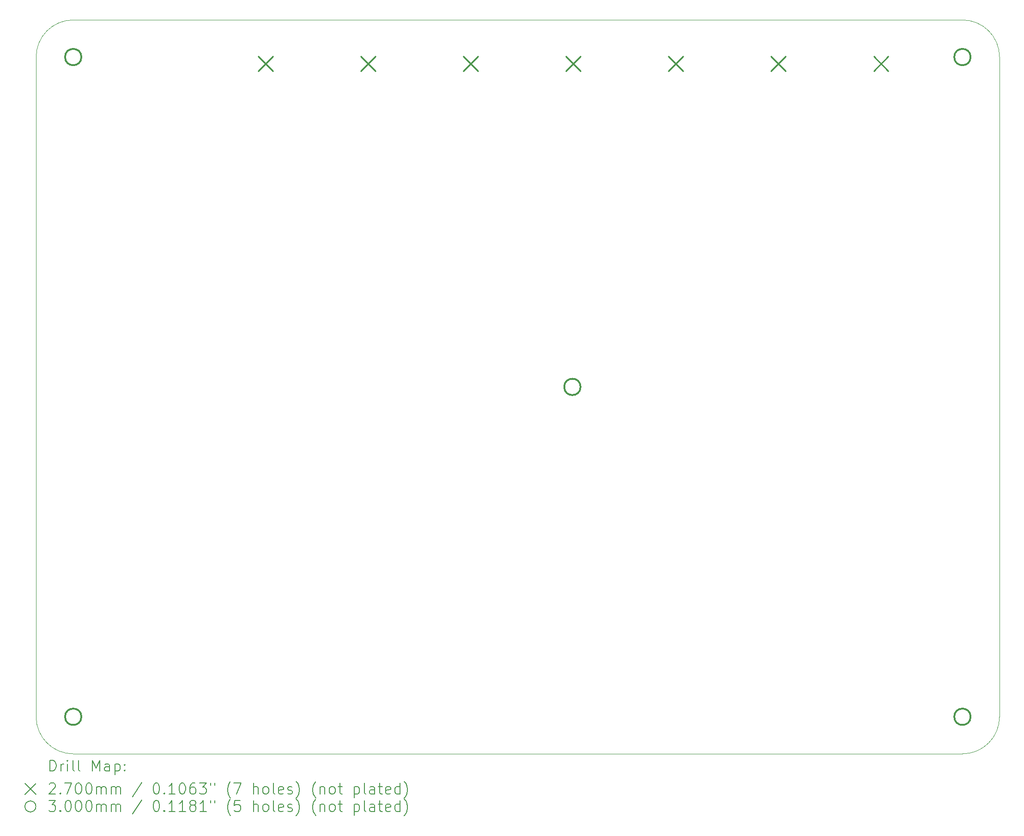
<source format=gbr>
%FSLAX45Y45*%
G04 Gerber Fmt 4.5, Leading zero omitted, Abs format (unit mm)*
G04 Created by KiCad (PCBNEW 6.0.0) date 2022-01-12 19:51:42*
%MOMM*%
%LPD*%
G01*
G04 APERTURE LIST*
%TA.AperFunction,Profile*%
%ADD10C,0.100000*%
%TD*%
%ADD11C,0.200000*%
%ADD12C,0.270000*%
%ADD13C,0.300000*%
G04 APERTURE END LIST*
D10*
X22700000Y-16680000D02*
X6400000Y-16680000D01*
X23380000Y-3900000D02*
G75*
G03*
X22700000Y-3220000I-680000J0D01*
G01*
X22700000Y-16680000D02*
G75*
G03*
X23380000Y-16000000I0J680000D01*
G01*
X6400000Y-3220000D02*
G75*
G03*
X5720000Y-3900000I0J-680000D01*
G01*
X5720000Y-16000000D02*
X5720000Y-3900000D01*
X23380000Y-3900000D02*
X23380000Y-16000000D01*
X6400000Y-3220000D02*
X22700000Y-3220000D01*
X5720000Y-16000000D02*
G75*
G03*
X6400000Y-16680000I680000J0D01*
G01*
D11*
D12*
X9788560Y-3889200D02*
X10058560Y-4159200D01*
X10058560Y-3889200D02*
X9788560Y-4159200D01*
X11669393Y-3889200D02*
X11939393Y-4159200D01*
X11939393Y-3889200D02*
X11669393Y-4159200D01*
X13550227Y-3889200D02*
X13820227Y-4159200D01*
X13820227Y-3889200D02*
X13550227Y-4159200D01*
X15431060Y-3889200D02*
X15701060Y-4159200D01*
X15701060Y-3889200D02*
X15431060Y-4159200D01*
X17311893Y-3889200D02*
X17581893Y-4159200D01*
X17581893Y-3889200D02*
X17311893Y-4159200D01*
X19192727Y-3889200D02*
X19462727Y-4159200D01*
X19462727Y-3889200D02*
X19192727Y-4159200D01*
X21073560Y-3889200D02*
X21343560Y-4159200D01*
X21343560Y-3889200D02*
X21073560Y-4159200D01*
D13*
X6550000Y-3900000D02*
G75*
G03*
X6550000Y-3900000I-150000J0D01*
G01*
X6550000Y-16000000D02*
G75*
G03*
X6550000Y-16000000I-150000J0D01*
G01*
X15700000Y-9950000D02*
G75*
G03*
X15700000Y-9950000I-150000J0D01*
G01*
X22850000Y-3900000D02*
G75*
G03*
X22850000Y-3900000I-150000J0D01*
G01*
X22850000Y-16000000D02*
G75*
G03*
X22850000Y-16000000I-150000J0D01*
G01*
D11*
X5972619Y-16995476D02*
X5972619Y-16795476D01*
X6020238Y-16795476D01*
X6048809Y-16805000D01*
X6067857Y-16824048D01*
X6077381Y-16843095D01*
X6086905Y-16881190D01*
X6086905Y-16909762D01*
X6077381Y-16947857D01*
X6067857Y-16966905D01*
X6048809Y-16985952D01*
X6020238Y-16995476D01*
X5972619Y-16995476D01*
X6172619Y-16995476D02*
X6172619Y-16862143D01*
X6172619Y-16900238D02*
X6182143Y-16881190D01*
X6191667Y-16871667D01*
X6210714Y-16862143D01*
X6229762Y-16862143D01*
X6296428Y-16995476D02*
X6296428Y-16862143D01*
X6296428Y-16795476D02*
X6286905Y-16805000D01*
X6296428Y-16814524D01*
X6305952Y-16805000D01*
X6296428Y-16795476D01*
X6296428Y-16814524D01*
X6420238Y-16995476D02*
X6401190Y-16985952D01*
X6391667Y-16966905D01*
X6391667Y-16795476D01*
X6525000Y-16995476D02*
X6505952Y-16985952D01*
X6496428Y-16966905D01*
X6496428Y-16795476D01*
X6753571Y-16995476D02*
X6753571Y-16795476D01*
X6820238Y-16938333D01*
X6886905Y-16795476D01*
X6886905Y-16995476D01*
X7067857Y-16995476D02*
X7067857Y-16890714D01*
X7058333Y-16871667D01*
X7039286Y-16862143D01*
X7001190Y-16862143D01*
X6982143Y-16871667D01*
X7067857Y-16985952D02*
X7048809Y-16995476D01*
X7001190Y-16995476D01*
X6982143Y-16985952D01*
X6972619Y-16966905D01*
X6972619Y-16947857D01*
X6982143Y-16928810D01*
X7001190Y-16919286D01*
X7048809Y-16919286D01*
X7067857Y-16909762D01*
X7163095Y-16862143D02*
X7163095Y-17062143D01*
X7163095Y-16871667D02*
X7182143Y-16862143D01*
X7220238Y-16862143D01*
X7239286Y-16871667D01*
X7248809Y-16881190D01*
X7258333Y-16900238D01*
X7258333Y-16957381D01*
X7248809Y-16976429D01*
X7239286Y-16985952D01*
X7220238Y-16995476D01*
X7182143Y-16995476D01*
X7163095Y-16985952D01*
X7344048Y-16976429D02*
X7353571Y-16985952D01*
X7344048Y-16995476D01*
X7334524Y-16985952D01*
X7344048Y-16976429D01*
X7344048Y-16995476D01*
X7344048Y-16871667D02*
X7353571Y-16881190D01*
X7344048Y-16890714D01*
X7334524Y-16881190D01*
X7344048Y-16871667D01*
X7344048Y-16890714D01*
X5515000Y-17225000D02*
X5715000Y-17425000D01*
X5715000Y-17225000D02*
X5515000Y-17425000D01*
X5963095Y-17234524D02*
X5972619Y-17225000D01*
X5991667Y-17215476D01*
X6039286Y-17215476D01*
X6058333Y-17225000D01*
X6067857Y-17234524D01*
X6077381Y-17253571D01*
X6077381Y-17272619D01*
X6067857Y-17301190D01*
X5953571Y-17415476D01*
X6077381Y-17415476D01*
X6163095Y-17396429D02*
X6172619Y-17405952D01*
X6163095Y-17415476D01*
X6153571Y-17405952D01*
X6163095Y-17396429D01*
X6163095Y-17415476D01*
X6239286Y-17215476D02*
X6372619Y-17215476D01*
X6286905Y-17415476D01*
X6486905Y-17215476D02*
X6505952Y-17215476D01*
X6525000Y-17225000D01*
X6534524Y-17234524D01*
X6544048Y-17253571D01*
X6553571Y-17291667D01*
X6553571Y-17339286D01*
X6544048Y-17377381D01*
X6534524Y-17396429D01*
X6525000Y-17405952D01*
X6505952Y-17415476D01*
X6486905Y-17415476D01*
X6467857Y-17405952D01*
X6458333Y-17396429D01*
X6448809Y-17377381D01*
X6439286Y-17339286D01*
X6439286Y-17291667D01*
X6448809Y-17253571D01*
X6458333Y-17234524D01*
X6467857Y-17225000D01*
X6486905Y-17215476D01*
X6677381Y-17215476D02*
X6696428Y-17215476D01*
X6715476Y-17225000D01*
X6725000Y-17234524D01*
X6734524Y-17253571D01*
X6744048Y-17291667D01*
X6744048Y-17339286D01*
X6734524Y-17377381D01*
X6725000Y-17396429D01*
X6715476Y-17405952D01*
X6696428Y-17415476D01*
X6677381Y-17415476D01*
X6658333Y-17405952D01*
X6648809Y-17396429D01*
X6639286Y-17377381D01*
X6629762Y-17339286D01*
X6629762Y-17291667D01*
X6639286Y-17253571D01*
X6648809Y-17234524D01*
X6658333Y-17225000D01*
X6677381Y-17215476D01*
X6829762Y-17415476D02*
X6829762Y-17282143D01*
X6829762Y-17301190D02*
X6839286Y-17291667D01*
X6858333Y-17282143D01*
X6886905Y-17282143D01*
X6905952Y-17291667D01*
X6915476Y-17310714D01*
X6915476Y-17415476D01*
X6915476Y-17310714D02*
X6925000Y-17291667D01*
X6944048Y-17282143D01*
X6972619Y-17282143D01*
X6991667Y-17291667D01*
X7001190Y-17310714D01*
X7001190Y-17415476D01*
X7096428Y-17415476D02*
X7096428Y-17282143D01*
X7096428Y-17301190D02*
X7105952Y-17291667D01*
X7125000Y-17282143D01*
X7153571Y-17282143D01*
X7172619Y-17291667D01*
X7182143Y-17310714D01*
X7182143Y-17415476D01*
X7182143Y-17310714D02*
X7191667Y-17291667D01*
X7210714Y-17282143D01*
X7239286Y-17282143D01*
X7258333Y-17291667D01*
X7267857Y-17310714D01*
X7267857Y-17415476D01*
X7658333Y-17205952D02*
X7486905Y-17463095D01*
X7915476Y-17215476D02*
X7934524Y-17215476D01*
X7953571Y-17225000D01*
X7963095Y-17234524D01*
X7972619Y-17253571D01*
X7982143Y-17291667D01*
X7982143Y-17339286D01*
X7972619Y-17377381D01*
X7963095Y-17396429D01*
X7953571Y-17405952D01*
X7934524Y-17415476D01*
X7915476Y-17415476D01*
X7896428Y-17405952D01*
X7886905Y-17396429D01*
X7877381Y-17377381D01*
X7867857Y-17339286D01*
X7867857Y-17291667D01*
X7877381Y-17253571D01*
X7886905Y-17234524D01*
X7896428Y-17225000D01*
X7915476Y-17215476D01*
X8067857Y-17396429D02*
X8077381Y-17405952D01*
X8067857Y-17415476D01*
X8058333Y-17405952D01*
X8067857Y-17396429D01*
X8067857Y-17415476D01*
X8267857Y-17415476D02*
X8153571Y-17415476D01*
X8210714Y-17415476D02*
X8210714Y-17215476D01*
X8191667Y-17244048D01*
X8172619Y-17263095D01*
X8153571Y-17272619D01*
X8391667Y-17215476D02*
X8410714Y-17215476D01*
X8429762Y-17225000D01*
X8439286Y-17234524D01*
X8448810Y-17253571D01*
X8458333Y-17291667D01*
X8458333Y-17339286D01*
X8448810Y-17377381D01*
X8439286Y-17396429D01*
X8429762Y-17405952D01*
X8410714Y-17415476D01*
X8391667Y-17415476D01*
X8372619Y-17405952D01*
X8363095Y-17396429D01*
X8353571Y-17377381D01*
X8344048Y-17339286D01*
X8344048Y-17291667D01*
X8353571Y-17253571D01*
X8363095Y-17234524D01*
X8372619Y-17225000D01*
X8391667Y-17215476D01*
X8629762Y-17215476D02*
X8591667Y-17215476D01*
X8572619Y-17225000D01*
X8563095Y-17234524D01*
X8544048Y-17263095D01*
X8534524Y-17301190D01*
X8534524Y-17377381D01*
X8544048Y-17396429D01*
X8553571Y-17405952D01*
X8572619Y-17415476D01*
X8610714Y-17415476D01*
X8629762Y-17405952D01*
X8639286Y-17396429D01*
X8648810Y-17377381D01*
X8648810Y-17329762D01*
X8639286Y-17310714D01*
X8629762Y-17301190D01*
X8610714Y-17291667D01*
X8572619Y-17291667D01*
X8553571Y-17301190D01*
X8544048Y-17310714D01*
X8534524Y-17329762D01*
X8715476Y-17215476D02*
X8839286Y-17215476D01*
X8772619Y-17291667D01*
X8801190Y-17291667D01*
X8820238Y-17301190D01*
X8829762Y-17310714D01*
X8839286Y-17329762D01*
X8839286Y-17377381D01*
X8829762Y-17396429D01*
X8820238Y-17405952D01*
X8801190Y-17415476D01*
X8744048Y-17415476D01*
X8725000Y-17405952D01*
X8715476Y-17396429D01*
X8915476Y-17215476D02*
X8915476Y-17253571D01*
X8991667Y-17215476D02*
X8991667Y-17253571D01*
X9286905Y-17491667D02*
X9277381Y-17482143D01*
X9258333Y-17453571D01*
X9248810Y-17434524D01*
X9239286Y-17405952D01*
X9229762Y-17358333D01*
X9229762Y-17320238D01*
X9239286Y-17272619D01*
X9248810Y-17244048D01*
X9258333Y-17225000D01*
X9277381Y-17196429D01*
X9286905Y-17186905D01*
X9344048Y-17215476D02*
X9477381Y-17215476D01*
X9391667Y-17415476D01*
X9705952Y-17415476D02*
X9705952Y-17215476D01*
X9791667Y-17415476D02*
X9791667Y-17310714D01*
X9782143Y-17291667D01*
X9763095Y-17282143D01*
X9734524Y-17282143D01*
X9715476Y-17291667D01*
X9705952Y-17301190D01*
X9915476Y-17415476D02*
X9896429Y-17405952D01*
X9886905Y-17396429D01*
X9877381Y-17377381D01*
X9877381Y-17320238D01*
X9886905Y-17301190D01*
X9896429Y-17291667D01*
X9915476Y-17282143D01*
X9944048Y-17282143D01*
X9963095Y-17291667D01*
X9972619Y-17301190D01*
X9982143Y-17320238D01*
X9982143Y-17377381D01*
X9972619Y-17396429D01*
X9963095Y-17405952D01*
X9944048Y-17415476D01*
X9915476Y-17415476D01*
X10096429Y-17415476D02*
X10077381Y-17405952D01*
X10067857Y-17386905D01*
X10067857Y-17215476D01*
X10248810Y-17405952D02*
X10229762Y-17415476D01*
X10191667Y-17415476D01*
X10172619Y-17405952D01*
X10163095Y-17386905D01*
X10163095Y-17310714D01*
X10172619Y-17291667D01*
X10191667Y-17282143D01*
X10229762Y-17282143D01*
X10248810Y-17291667D01*
X10258333Y-17310714D01*
X10258333Y-17329762D01*
X10163095Y-17348810D01*
X10334524Y-17405952D02*
X10353571Y-17415476D01*
X10391667Y-17415476D01*
X10410714Y-17405952D01*
X10420238Y-17386905D01*
X10420238Y-17377381D01*
X10410714Y-17358333D01*
X10391667Y-17348810D01*
X10363095Y-17348810D01*
X10344048Y-17339286D01*
X10334524Y-17320238D01*
X10334524Y-17310714D01*
X10344048Y-17291667D01*
X10363095Y-17282143D01*
X10391667Y-17282143D01*
X10410714Y-17291667D01*
X10486905Y-17491667D02*
X10496429Y-17482143D01*
X10515476Y-17453571D01*
X10525000Y-17434524D01*
X10534524Y-17405952D01*
X10544048Y-17358333D01*
X10544048Y-17320238D01*
X10534524Y-17272619D01*
X10525000Y-17244048D01*
X10515476Y-17225000D01*
X10496429Y-17196429D01*
X10486905Y-17186905D01*
X10848810Y-17491667D02*
X10839286Y-17482143D01*
X10820238Y-17453571D01*
X10810714Y-17434524D01*
X10801190Y-17405952D01*
X10791667Y-17358333D01*
X10791667Y-17320238D01*
X10801190Y-17272619D01*
X10810714Y-17244048D01*
X10820238Y-17225000D01*
X10839286Y-17196429D01*
X10848810Y-17186905D01*
X10925000Y-17282143D02*
X10925000Y-17415476D01*
X10925000Y-17301190D02*
X10934524Y-17291667D01*
X10953571Y-17282143D01*
X10982143Y-17282143D01*
X11001190Y-17291667D01*
X11010714Y-17310714D01*
X11010714Y-17415476D01*
X11134524Y-17415476D02*
X11115476Y-17405952D01*
X11105952Y-17396429D01*
X11096429Y-17377381D01*
X11096429Y-17320238D01*
X11105952Y-17301190D01*
X11115476Y-17291667D01*
X11134524Y-17282143D01*
X11163095Y-17282143D01*
X11182143Y-17291667D01*
X11191667Y-17301190D01*
X11201190Y-17320238D01*
X11201190Y-17377381D01*
X11191667Y-17396429D01*
X11182143Y-17405952D01*
X11163095Y-17415476D01*
X11134524Y-17415476D01*
X11258333Y-17282143D02*
X11334524Y-17282143D01*
X11286905Y-17215476D02*
X11286905Y-17386905D01*
X11296428Y-17405952D01*
X11315476Y-17415476D01*
X11334524Y-17415476D01*
X11553571Y-17282143D02*
X11553571Y-17482143D01*
X11553571Y-17291667D02*
X11572619Y-17282143D01*
X11610714Y-17282143D01*
X11629762Y-17291667D01*
X11639286Y-17301190D01*
X11648809Y-17320238D01*
X11648809Y-17377381D01*
X11639286Y-17396429D01*
X11629762Y-17405952D01*
X11610714Y-17415476D01*
X11572619Y-17415476D01*
X11553571Y-17405952D01*
X11763095Y-17415476D02*
X11744048Y-17405952D01*
X11734524Y-17386905D01*
X11734524Y-17215476D01*
X11925000Y-17415476D02*
X11925000Y-17310714D01*
X11915476Y-17291667D01*
X11896428Y-17282143D01*
X11858333Y-17282143D01*
X11839286Y-17291667D01*
X11925000Y-17405952D02*
X11905952Y-17415476D01*
X11858333Y-17415476D01*
X11839286Y-17405952D01*
X11829762Y-17386905D01*
X11829762Y-17367857D01*
X11839286Y-17348810D01*
X11858333Y-17339286D01*
X11905952Y-17339286D01*
X11925000Y-17329762D01*
X11991667Y-17282143D02*
X12067857Y-17282143D01*
X12020238Y-17215476D02*
X12020238Y-17386905D01*
X12029762Y-17405952D01*
X12048809Y-17415476D01*
X12067857Y-17415476D01*
X12210714Y-17405952D02*
X12191667Y-17415476D01*
X12153571Y-17415476D01*
X12134524Y-17405952D01*
X12125000Y-17386905D01*
X12125000Y-17310714D01*
X12134524Y-17291667D01*
X12153571Y-17282143D01*
X12191667Y-17282143D01*
X12210714Y-17291667D01*
X12220238Y-17310714D01*
X12220238Y-17329762D01*
X12125000Y-17348810D01*
X12391667Y-17415476D02*
X12391667Y-17215476D01*
X12391667Y-17405952D02*
X12372619Y-17415476D01*
X12334524Y-17415476D01*
X12315476Y-17405952D01*
X12305952Y-17396429D01*
X12296428Y-17377381D01*
X12296428Y-17320238D01*
X12305952Y-17301190D01*
X12315476Y-17291667D01*
X12334524Y-17282143D01*
X12372619Y-17282143D01*
X12391667Y-17291667D01*
X12467857Y-17491667D02*
X12477381Y-17482143D01*
X12496428Y-17453571D01*
X12505952Y-17434524D01*
X12515476Y-17405952D01*
X12525000Y-17358333D01*
X12525000Y-17320238D01*
X12515476Y-17272619D01*
X12505952Y-17244048D01*
X12496428Y-17225000D01*
X12477381Y-17196429D01*
X12467857Y-17186905D01*
X5715000Y-17645000D02*
G75*
G03*
X5715000Y-17645000I-100000J0D01*
G01*
X5953571Y-17535476D02*
X6077381Y-17535476D01*
X6010714Y-17611667D01*
X6039286Y-17611667D01*
X6058333Y-17621190D01*
X6067857Y-17630714D01*
X6077381Y-17649762D01*
X6077381Y-17697381D01*
X6067857Y-17716429D01*
X6058333Y-17725952D01*
X6039286Y-17735476D01*
X5982143Y-17735476D01*
X5963095Y-17725952D01*
X5953571Y-17716429D01*
X6163095Y-17716429D02*
X6172619Y-17725952D01*
X6163095Y-17735476D01*
X6153571Y-17725952D01*
X6163095Y-17716429D01*
X6163095Y-17735476D01*
X6296428Y-17535476D02*
X6315476Y-17535476D01*
X6334524Y-17545000D01*
X6344048Y-17554524D01*
X6353571Y-17573571D01*
X6363095Y-17611667D01*
X6363095Y-17659286D01*
X6353571Y-17697381D01*
X6344048Y-17716429D01*
X6334524Y-17725952D01*
X6315476Y-17735476D01*
X6296428Y-17735476D01*
X6277381Y-17725952D01*
X6267857Y-17716429D01*
X6258333Y-17697381D01*
X6248809Y-17659286D01*
X6248809Y-17611667D01*
X6258333Y-17573571D01*
X6267857Y-17554524D01*
X6277381Y-17545000D01*
X6296428Y-17535476D01*
X6486905Y-17535476D02*
X6505952Y-17535476D01*
X6525000Y-17545000D01*
X6534524Y-17554524D01*
X6544048Y-17573571D01*
X6553571Y-17611667D01*
X6553571Y-17659286D01*
X6544048Y-17697381D01*
X6534524Y-17716429D01*
X6525000Y-17725952D01*
X6505952Y-17735476D01*
X6486905Y-17735476D01*
X6467857Y-17725952D01*
X6458333Y-17716429D01*
X6448809Y-17697381D01*
X6439286Y-17659286D01*
X6439286Y-17611667D01*
X6448809Y-17573571D01*
X6458333Y-17554524D01*
X6467857Y-17545000D01*
X6486905Y-17535476D01*
X6677381Y-17535476D02*
X6696428Y-17535476D01*
X6715476Y-17545000D01*
X6725000Y-17554524D01*
X6734524Y-17573571D01*
X6744048Y-17611667D01*
X6744048Y-17659286D01*
X6734524Y-17697381D01*
X6725000Y-17716429D01*
X6715476Y-17725952D01*
X6696428Y-17735476D01*
X6677381Y-17735476D01*
X6658333Y-17725952D01*
X6648809Y-17716429D01*
X6639286Y-17697381D01*
X6629762Y-17659286D01*
X6629762Y-17611667D01*
X6639286Y-17573571D01*
X6648809Y-17554524D01*
X6658333Y-17545000D01*
X6677381Y-17535476D01*
X6829762Y-17735476D02*
X6829762Y-17602143D01*
X6829762Y-17621190D02*
X6839286Y-17611667D01*
X6858333Y-17602143D01*
X6886905Y-17602143D01*
X6905952Y-17611667D01*
X6915476Y-17630714D01*
X6915476Y-17735476D01*
X6915476Y-17630714D02*
X6925000Y-17611667D01*
X6944048Y-17602143D01*
X6972619Y-17602143D01*
X6991667Y-17611667D01*
X7001190Y-17630714D01*
X7001190Y-17735476D01*
X7096428Y-17735476D02*
X7096428Y-17602143D01*
X7096428Y-17621190D02*
X7105952Y-17611667D01*
X7125000Y-17602143D01*
X7153571Y-17602143D01*
X7172619Y-17611667D01*
X7182143Y-17630714D01*
X7182143Y-17735476D01*
X7182143Y-17630714D02*
X7191667Y-17611667D01*
X7210714Y-17602143D01*
X7239286Y-17602143D01*
X7258333Y-17611667D01*
X7267857Y-17630714D01*
X7267857Y-17735476D01*
X7658333Y-17525952D02*
X7486905Y-17783095D01*
X7915476Y-17535476D02*
X7934524Y-17535476D01*
X7953571Y-17545000D01*
X7963095Y-17554524D01*
X7972619Y-17573571D01*
X7982143Y-17611667D01*
X7982143Y-17659286D01*
X7972619Y-17697381D01*
X7963095Y-17716429D01*
X7953571Y-17725952D01*
X7934524Y-17735476D01*
X7915476Y-17735476D01*
X7896428Y-17725952D01*
X7886905Y-17716429D01*
X7877381Y-17697381D01*
X7867857Y-17659286D01*
X7867857Y-17611667D01*
X7877381Y-17573571D01*
X7886905Y-17554524D01*
X7896428Y-17545000D01*
X7915476Y-17535476D01*
X8067857Y-17716429D02*
X8077381Y-17725952D01*
X8067857Y-17735476D01*
X8058333Y-17725952D01*
X8067857Y-17716429D01*
X8067857Y-17735476D01*
X8267857Y-17735476D02*
X8153571Y-17735476D01*
X8210714Y-17735476D02*
X8210714Y-17535476D01*
X8191667Y-17564048D01*
X8172619Y-17583095D01*
X8153571Y-17592619D01*
X8458333Y-17735476D02*
X8344048Y-17735476D01*
X8401190Y-17735476D02*
X8401190Y-17535476D01*
X8382143Y-17564048D01*
X8363095Y-17583095D01*
X8344048Y-17592619D01*
X8572619Y-17621190D02*
X8553571Y-17611667D01*
X8544048Y-17602143D01*
X8534524Y-17583095D01*
X8534524Y-17573571D01*
X8544048Y-17554524D01*
X8553571Y-17545000D01*
X8572619Y-17535476D01*
X8610714Y-17535476D01*
X8629762Y-17545000D01*
X8639286Y-17554524D01*
X8648810Y-17573571D01*
X8648810Y-17583095D01*
X8639286Y-17602143D01*
X8629762Y-17611667D01*
X8610714Y-17621190D01*
X8572619Y-17621190D01*
X8553571Y-17630714D01*
X8544048Y-17640238D01*
X8534524Y-17659286D01*
X8534524Y-17697381D01*
X8544048Y-17716429D01*
X8553571Y-17725952D01*
X8572619Y-17735476D01*
X8610714Y-17735476D01*
X8629762Y-17725952D01*
X8639286Y-17716429D01*
X8648810Y-17697381D01*
X8648810Y-17659286D01*
X8639286Y-17640238D01*
X8629762Y-17630714D01*
X8610714Y-17621190D01*
X8839286Y-17735476D02*
X8725000Y-17735476D01*
X8782143Y-17735476D02*
X8782143Y-17535476D01*
X8763095Y-17564048D01*
X8744048Y-17583095D01*
X8725000Y-17592619D01*
X8915476Y-17535476D02*
X8915476Y-17573571D01*
X8991667Y-17535476D02*
X8991667Y-17573571D01*
X9286905Y-17811667D02*
X9277381Y-17802143D01*
X9258333Y-17773571D01*
X9248810Y-17754524D01*
X9239286Y-17725952D01*
X9229762Y-17678333D01*
X9229762Y-17640238D01*
X9239286Y-17592619D01*
X9248810Y-17564048D01*
X9258333Y-17545000D01*
X9277381Y-17516429D01*
X9286905Y-17506905D01*
X9458333Y-17535476D02*
X9363095Y-17535476D01*
X9353571Y-17630714D01*
X9363095Y-17621190D01*
X9382143Y-17611667D01*
X9429762Y-17611667D01*
X9448810Y-17621190D01*
X9458333Y-17630714D01*
X9467857Y-17649762D01*
X9467857Y-17697381D01*
X9458333Y-17716429D01*
X9448810Y-17725952D01*
X9429762Y-17735476D01*
X9382143Y-17735476D01*
X9363095Y-17725952D01*
X9353571Y-17716429D01*
X9705952Y-17735476D02*
X9705952Y-17535476D01*
X9791667Y-17735476D02*
X9791667Y-17630714D01*
X9782143Y-17611667D01*
X9763095Y-17602143D01*
X9734524Y-17602143D01*
X9715476Y-17611667D01*
X9705952Y-17621190D01*
X9915476Y-17735476D02*
X9896429Y-17725952D01*
X9886905Y-17716429D01*
X9877381Y-17697381D01*
X9877381Y-17640238D01*
X9886905Y-17621190D01*
X9896429Y-17611667D01*
X9915476Y-17602143D01*
X9944048Y-17602143D01*
X9963095Y-17611667D01*
X9972619Y-17621190D01*
X9982143Y-17640238D01*
X9982143Y-17697381D01*
X9972619Y-17716429D01*
X9963095Y-17725952D01*
X9944048Y-17735476D01*
X9915476Y-17735476D01*
X10096429Y-17735476D02*
X10077381Y-17725952D01*
X10067857Y-17706905D01*
X10067857Y-17535476D01*
X10248810Y-17725952D02*
X10229762Y-17735476D01*
X10191667Y-17735476D01*
X10172619Y-17725952D01*
X10163095Y-17706905D01*
X10163095Y-17630714D01*
X10172619Y-17611667D01*
X10191667Y-17602143D01*
X10229762Y-17602143D01*
X10248810Y-17611667D01*
X10258333Y-17630714D01*
X10258333Y-17649762D01*
X10163095Y-17668810D01*
X10334524Y-17725952D02*
X10353571Y-17735476D01*
X10391667Y-17735476D01*
X10410714Y-17725952D01*
X10420238Y-17706905D01*
X10420238Y-17697381D01*
X10410714Y-17678333D01*
X10391667Y-17668810D01*
X10363095Y-17668810D01*
X10344048Y-17659286D01*
X10334524Y-17640238D01*
X10334524Y-17630714D01*
X10344048Y-17611667D01*
X10363095Y-17602143D01*
X10391667Y-17602143D01*
X10410714Y-17611667D01*
X10486905Y-17811667D02*
X10496429Y-17802143D01*
X10515476Y-17773571D01*
X10525000Y-17754524D01*
X10534524Y-17725952D01*
X10544048Y-17678333D01*
X10544048Y-17640238D01*
X10534524Y-17592619D01*
X10525000Y-17564048D01*
X10515476Y-17545000D01*
X10496429Y-17516429D01*
X10486905Y-17506905D01*
X10848810Y-17811667D02*
X10839286Y-17802143D01*
X10820238Y-17773571D01*
X10810714Y-17754524D01*
X10801190Y-17725952D01*
X10791667Y-17678333D01*
X10791667Y-17640238D01*
X10801190Y-17592619D01*
X10810714Y-17564048D01*
X10820238Y-17545000D01*
X10839286Y-17516429D01*
X10848810Y-17506905D01*
X10925000Y-17602143D02*
X10925000Y-17735476D01*
X10925000Y-17621190D02*
X10934524Y-17611667D01*
X10953571Y-17602143D01*
X10982143Y-17602143D01*
X11001190Y-17611667D01*
X11010714Y-17630714D01*
X11010714Y-17735476D01*
X11134524Y-17735476D02*
X11115476Y-17725952D01*
X11105952Y-17716429D01*
X11096429Y-17697381D01*
X11096429Y-17640238D01*
X11105952Y-17621190D01*
X11115476Y-17611667D01*
X11134524Y-17602143D01*
X11163095Y-17602143D01*
X11182143Y-17611667D01*
X11191667Y-17621190D01*
X11201190Y-17640238D01*
X11201190Y-17697381D01*
X11191667Y-17716429D01*
X11182143Y-17725952D01*
X11163095Y-17735476D01*
X11134524Y-17735476D01*
X11258333Y-17602143D02*
X11334524Y-17602143D01*
X11286905Y-17535476D02*
X11286905Y-17706905D01*
X11296428Y-17725952D01*
X11315476Y-17735476D01*
X11334524Y-17735476D01*
X11553571Y-17602143D02*
X11553571Y-17802143D01*
X11553571Y-17611667D02*
X11572619Y-17602143D01*
X11610714Y-17602143D01*
X11629762Y-17611667D01*
X11639286Y-17621190D01*
X11648809Y-17640238D01*
X11648809Y-17697381D01*
X11639286Y-17716429D01*
X11629762Y-17725952D01*
X11610714Y-17735476D01*
X11572619Y-17735476D01*
X11553571Y-17725952D01*
X11763095Y-17735476D02*
X11744048Y-17725952D01*
X11734524Y-17706905D01*
X11734524Y-17535476D01*
X11925000Y-17735476D02*
X11925000Y-17630714D01*
X11915476Y-17611667D01*
X11896428Y-17602143D01*
X11858333Y-17602143D01*
X11839286Y-17611667D01*
X11925000Y-17725952D02*
X11905952Y-17735476D01*
X11858333Y-17735476D01*
X11839286Y-17725952D01*
X11829762Y-17706905D01*
X11829762Y-17687857D01*
X11839286Y-17668810D01*
X11858333Y-17659286D01*
X11905952Y-17659286D01*
X11925000Y-17649762D01*
X11991667Y-17602143D02*
X12067857Y-17602143D01*
X12020238Y-17535476D02*
X12020238Y-17706905D01*
X12029762Y-17725952D01*
X12048809Y-17735476D01*
X12067857Y-17735476D01*
X12210714Y-17725952D02*
X12191667Y-17735476D01*
X12153571Y-17735476D01*
X12134524Y-17725952D01*
X12125000Y-17706905D01*
X12125000Y-17630714D01*
X12134524Y-17611667D01*
X12153571Y-17602143D01*
X12191667Y-17602143D01*
X12210714Y-17611667D01*
X12220238Y-17630714D01*
X12220238Y-17649762D01*
X12125000Y-17668810D01*
X12391667Y-17735476D02*
X12391667Y-17535476D01*
X12391667Y-17725952D02*
X12372619Y-17735476D01*
X12334524Y-17735476D01*
X12315476Y-17725952D01*
X12305952Y-17716429D01*
X12296428Y-17697381D01*
X12296428Y-17640238D01*
X12305952Y-17621190D01*
X12315476Y-17611667D01*
X12334524Y-17602143D01*
X12372619Y-17602143D01*
X12391667Y-17611667D01*
X12467857Y-17811667D02*
X12477381Y-17802143D01*
X12496428Y-17773571D01*
X12505952Y-17754524D01*
X12515476Y-17725952D01*
X12525000Y-17678333D01*
X12525000Y-17640238D01*
X12515476Y-17592619D01*
X12505952Y-17564048D01*
X12496428Y-17545000D01*
X12477381Y-17516429D01*
X12467857Y-17506905D01*
M02*

</source>
